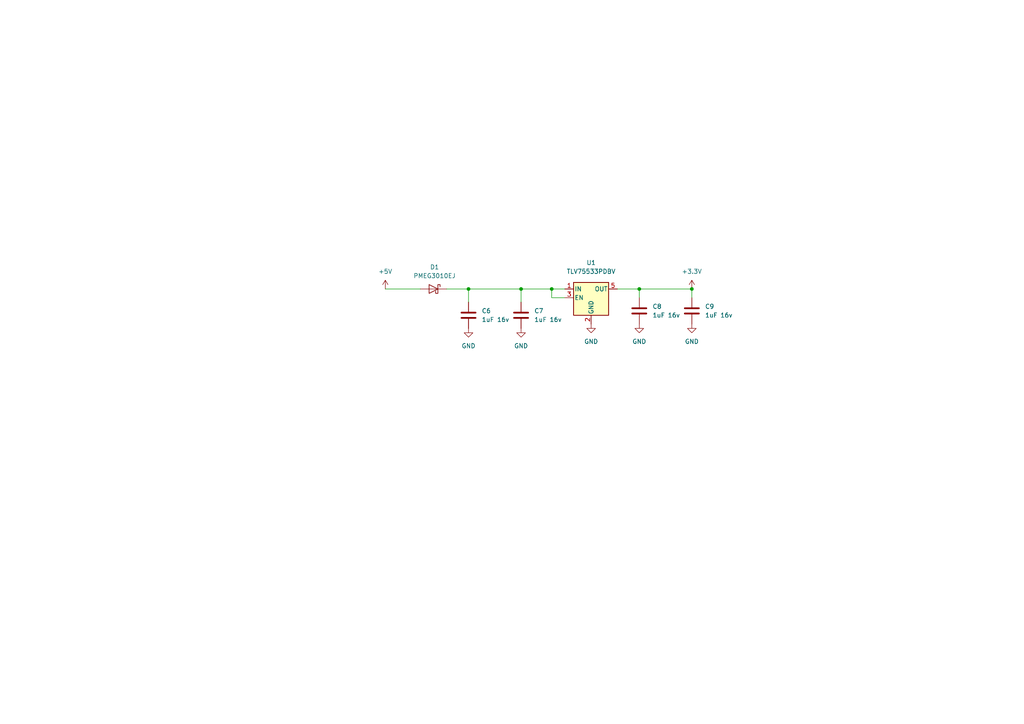
<source format=kicad_sch>
(kicad_sch (version 20230121) (generator eeschema)
  (paper "A4")
  (lib_symbols
    (symbol "+3.3V_1" (power) (pin_names (offset 0))
      (property "Value" "+3.3V_1" (at 0 3.556 0))
      (symbol "+3.3V_1_0_1"
        (polyline (pts (xy -0.762 1.27) (xy 0 2.54)))
        (polyline (pts (xy 0 0) (xy 0 2.54)))
        (polyline (pts (xy 0 2.54) (xy 0.762 1.27)))
      )
      (symbol "+3.3V_1_1_1"
        (pin power_in line (at 0 0 90) (length 0) hide (name "+3.3V") (number "1"))
      )
    )
    (symbol "Device:C" (pin_numbers hide) (pin_names (offset 0.254))
      (property "Reference" "C" (at 0.635 2.54 0))
      (property "Value" "C" (at 0.635 -2.54 0))
      (symbol "C_0_1"
        (polyline (pts (xy -2.032 -0.762) (xy 2.032 -0.762)) (stroke (width 0.508)))
        (polyline (pts (xy -2.032 0.762) (xy 2.032 0.762)) (stroke (width 0.508)))
      )
      (symbol "C_1_1"
        (pin passive line (at 0 3.81 270) (length 2.794) (name "~") (number "1"))
        (pin passive line (at 0 -3.81 90) (length 2.794) (name "~") (number "2"))
      )
    )
    (symbol "Diode:PMEG3010EJ" (pin_numbers hide) (pin_names hide)
      (property "Reference" "D" (at 0 2.54 0))
      (property "Value" "PMEG3010EJ" (at 0 -2.54 0))
      (symbol "PMEG3010EJ_0_1"
        (polyline (pts (xy 1.27 0) (xy -1.27 0)))
        (polyline (pts (xy 1.27 1.27) (xy 1.27 -1.27) (xy -1.27 0) (xy 1.27 1.27)) (stroke (width 0.2032)))
        (polyline (pts (xy -1.905 0.635) (xy -1.905 1.27) (xy -1.27 1.27) (xy -1.27 -1.27) (xy -0.635 -1.27) (xy -0.635 -0.635)) (stroke (width 0.2032)))
      )
      (symbol "PMEG3010EJ_1_1"
        (pin passive line (at -3.81 0 0) (length 2.54) (name "K") (number "1"))
        (pin passive line (at 3.81 0 180) (length 2.54) (name "A") (number "2"))
      )
    )
    (symbol "Regulator_Linear:TLV75533PDBV" (pin_names (offset 0.254))
      (property "Reference" "U" (at -3.81 5.715 0))
      (property "Value" "TLV75533PDBV" (at 0 5.715 0))
      (symbol "TLV75533PDBV_0_1"
        (rectangle (start -5.08 4.445) (end 5.08 -5.08) (stroke (width 0.254)) (fill (type background)))
      )
      (symbol "TLV75533PDBV_1_1"
        (pin power_in line (at -7.62 2.54 0) (length 2.54) (name "IN") (number "1"))
        (pin power_in line (at 0 -7.62 90) (length 2.54) (name "GND") (number "2"))
        (pin input line (at -7.62 0 0) (length 2.54) (name "EN") (number "3"))
        (pin no_connect line (at 5.08 0 180) (length 2.54) hide (name "NC") (number "4"))
        (pin power_out line (at 7.62 2.54 180) (length 2.54) (name "OUT") (number "5"))
      )
    )
    (symbol "power:+5V" (power) (pin_names (offset 0))
      (property "Value" "+5V" (at 0 3.556 0))
      (symbol "+5V_0_1"
        (polyline (pts (xy -0.762 1.27) (xy 0 2.54)))
        (polyline (pts (xy 0 0) (xy 0 2.54)))
        (polyline (pts (xy 0 2.54) (xy 0.762 1.27)))
      )
      (symbol "+5V_1_1"
        (pin power_in line (at 0 0 90) (length 0) hide (name "+5V") (number "1"))
      )
    )
    (symbol "power:GND" (power) (pin_names (offset 0))
      (property "Value" "GND" (at 0 -3.81 0))
      (symbol "GND_0_1"
        (polyline (pts (xy 0 0) (xy 0 -1.27) (xy 1.27 -1.27) (xy 0 -2.54) (xy -1.27 -1.27) (xy 0 -1.27)))
      )
      (symbol "GND_1_1"
        (pin power_in line (at 0 0 270) (length 0) hide (name "GND") (number "1"))
      )
    )
  )
  (junction (at 185.42 83.82))
  (junction (at 160.02 83.82))
  (junction (at 151.13 83.82))
  (junction (at 200.66 83.82))
  (junction (at 135.89 83.82))
  (wire (pts (xy 200.66 83.82) (xy 200.66 86.36)))
  (wire (pts (xy 160.02 83.82) (xy 163.83 83.82)))
  (wire (pts (xy 185.42 83.82) (xy 185.42 86.36)))
  (wire (pts (xy 151.13 83.82) (xy 151.13 87.63)))
  (wire (pts (xy 111.76 83.82) (xy 121.92 83.82)))
  (wire (pts (xy 129.54 83.82) (xy 135.89 83.82)))
  (wire (pts (xy 179.07 83.82) (xy 185.42 83.82)))
  (wire (pts (xy 135.89 83.82) (xy 151.13 83.82)))
  (wire (pts (xy 163.83 86.36) (xy 160.02 86.36)))
  (wire (pts (xy 151.13 83.82) (xy 160.02 83.82)))
  (wire (pts (xy 135.89 83.82) (xy 135.89 87.63)))
  (wire (pts (xy 160.02 86.36) (xy 160.02 83.82)))
  (wire (pts (xy 185.42 83.82) (xy 200.66 83.82)))
  (symbol (lib_id "power:GND") (at 185.42 93.98 0) (unit 1)
    (property "Reference" "#PWR035" (effects hide))
    (property "Value" "GND" (at 185.42 99.06 0))
    (instances (project "greenhouse_project_screen" (path "" (reference "#PWR035") (unit 1))) (project "ADXL PCB" (path "" (reference "#PWR063") (unit 1))))
  )
  (symbol (lib_id "power:GND") (at 200.66 93.98 0) (unit 1)
    (property "Reference" "#PWR037" (effects hide))
    (property "Value" "GND" (at 200.66 99.06 0))
    (instances (project "greenhouse_project_screen" (path "" (reference "#PWR037") (unit 1))) (project "ADXL PCB" (path "" (reference "#PWR065") (unit 1))))
  )
  (symbol (lib_id "Device:C") (at 135.89 91.44 0) (unit 1)
    (property "Reference" "C6" (at 139.7 90.1699 0) (effects (justify left)))
    (property "Value" "1uF 16v" (at 139.7 92.7099 0) (effects (justify left)))
    (property "Footprint" "Capacitor_SMD:C_0805_2012Metric_Pad1.18x1.45mm_HandSolder" (effects hide))
    (instances (project "greenhouse_project_screen" (path "" (reference "C6") (unit 1))) (project "ADXL PCB" (path "" (reference "C22") (unit 1))))
  )
  (symbol (lib_id "Device:C") (at 151.13 91.44 0) (unit 1)
    (property "Reference" "C7" (at 154.94 90.1699 0) (effects (justify left)))
    (property "Value" "1uF 16v" (at 154.94 92.7099 0) (effects (justify left)))
    (property "Footprint" "Capacitor_SMD:C_0805_2012Metric_Pad1.18x1.45mm_HandSolder" (effects hide))
    (instances (project "greenhouse_project_screen" (path "" (reference "C7") (unit 1))) (project "ADXL PCB" (path "" (reference "C23") (unit 1))))
  )
  (symbol (lib_id "Device:C") (at 185.42 90.17 0) (unit 1)
    (property "Reference" "C8" (at 189.23 88.8999 0) (effects (justify left)))
    (property "Value" "1uF 16v" (at 189.23 91.4399 0) (effects (justify left)))
    (property "Footprint" "Capacitor_SMD:C_0805_2012Metric_Pad1.18x1.45mm_HandSolder" (effects hide))
    (instances (project "greenhouse_project_screen" (path "" (reference "C8") (unit 1))) (project "ADXL PCB" (path "" (reference "C24") (unit 1))))
  )
  (symbol (lib_id "Device:C") (at 200.66 90.17 0) (unit 1)
    (property "Reference" "C9" (at 204.47 88.8999 0) (effects (justify left)))
    (property "Value" "1uF 16v" (at 204.47 91.4399 0) (effects (justify left)))
    (property "Footprint" "Capacitor_SMD:C_0805_2012Metric_Pad1.18x1.45mm_HandSolder" (effects hide))
    (instances (project "greenhouse_project_screen" (path "" (reference "C9") (unit 1))) (project "ADXL PCB" (path "" (reference "C25") (unit 1))))
  )
  (symbol (lib_id "power:GND") (at 171.45 93.98 0) (unit 1)
    (property "Reference" "#PWR034" (effects hide))
    (property "Value" "GND" (at 171.45 99.06 0))
    (instances (project "greenhouse_project_screen" (path "" (reference "#PWR034") (unit 1))) (project "ADXL PCB" (path "" (reference "#PWR062") (unit 1))))
  )
  (symbol (lib_id "power:+5V") (at 111.76 83.82 0) (unit 1)
    (property "Reference" "#PWR030" (effects hide))
    (property "Value" "+5V" (at 111.76 78.74 0))
    (instances (project "greenhouse_project_screen" (path "" (reference "#PWR030") (unit 1))) (project "ADXL PCB" (path "" (reference "#PWR059") (unit 1))))
  )
  (symbol (lib_id "power:GND") (at 151.13 95.25 0) (unit 1)
    (property "Reference" "#PWR033" (effects hide))
    (property "Value" "GND" (at 151.13 100.33 0))
    (instances (project "greenhouse_project_screen" (path "" (reference "#PWR033") (unit 1))) (project "ADXL PCB" (path "" (reference "#PWR061") (unit 1))))
  )
  (symbol (lib_id "Regulator_Linear:TLV75533PDBV") (at 171.45 86.36 0) (unit 1)
    (property "Reference" "U1" (at 171.45 76.2 0))
    (property "Value" "TLV75533PDBV" (at 171.45 78.74 0))
    (property "Footprint" "Package_TO_SOT_SMD:SOT-23-5" (effects hide))
    (property "Datasheet" "http://www.ti.com/lit/ds/symlink/tlv755p.pdf" (effects hide))
    (instances (project "greenhouse_project_screen" (path "" (reference "U1") (unit 1))) (project "ADXL PCB" (path "" (reference "U3") (unit 1))))
  )
  (symbol (lib_id "power:GND") (at 135.89 95.25 0) (unit 1)
    (property "Reference" "#PWR032" (effects hide))
    (property "Value" "GND" (at 135.89 100.33 0))
    (instances (project "greenhouse_project_screen" (path "" (reference "#PWR032") (unit 1))) (project "ADXL PCB" (path "" (reference "#PWR060") (unit 1))))
  )
  (symbol (lib_id "Diode:PMEG3010EJ") (at 125.73 83.82 0) (mirror y) (unit 1)
    (property "Reference" "D1" (at 126.0475 77.47 0))
    (property "Value" "PMEG3010EJ" (at 126.0475 80.01 0))
    (property "Footprint" "Diode_SMD:D_SOD-323F" (effects hide))
    (property "Datasheet" "https://assets.nexperia.com/documents/data-sheet/PMEG3010EH_EJ_ET.pdf" (effects hide))
    (instances (project "greenhouse_project_screen" (path "" (reference "D1") (unit 1))) (project "ADXL PCB" (path "" (reference "D4") (unit 1))))
  )
  (symbol (lib_name "+3.3V_1") (lib_id "power:+3.3V") (at 200.66 83.82 0) (unit 1)
    (property "Reference" "#PWR036" (effects hide))
    (property "Value" "+3.3V" (at 200.66 78.74 0))
    (instances (project "greenhouse_project_screen" (path "" (reference "#PWR036") (unit 1))) (project "ADXL PCB" (path "" (reference "#PWR064") (unit 1))))
  )
)
</source>
